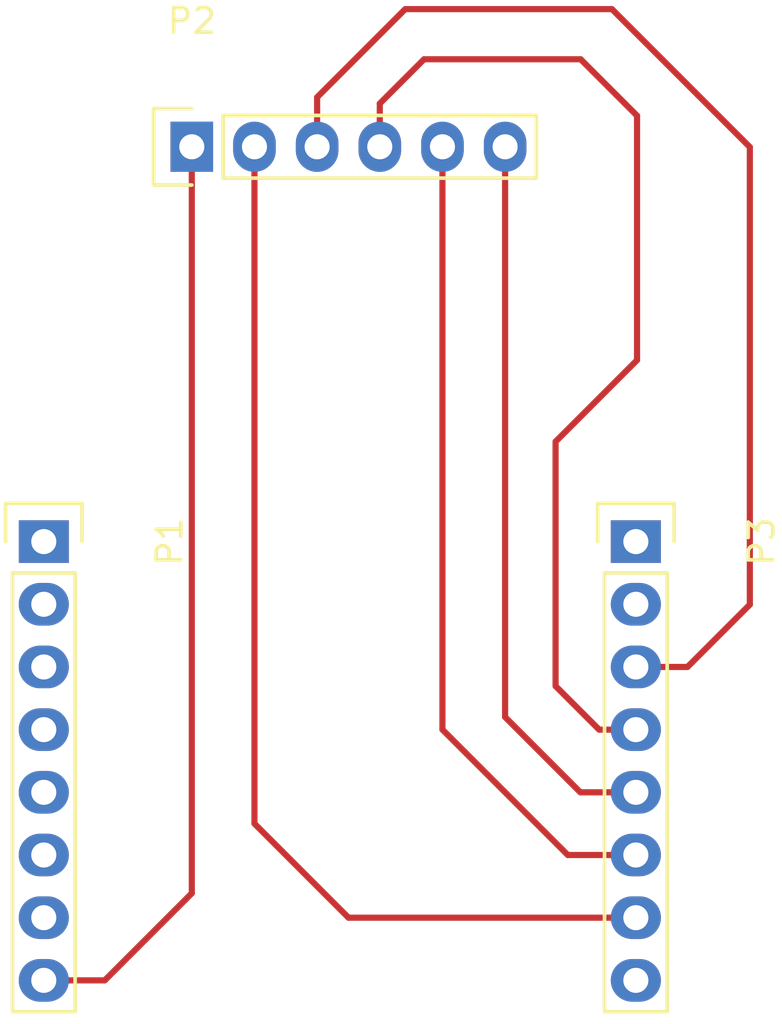
<source format=kicad_pcb>
(kicad_pcb (version 4) (host pcbnew 4.0.4-stable)

  (general
    (links 6)
    (no_connects 0)
    (area 0 0 0 0)
    (thickness 1.6)
    (drawings 0)
    (tracks 28)
    (zones 0)
    (modules 3)
    (nets 17)
  )

  (page A4)
  (layers
    (0 F.Cu signal)
    (31 B.Cu signal)
    (32 B.Adhes user)
    (33 F.Adhes user)
    (34 B.Paste user)
    (35 F.Paste user)
    (36 B.SilkS user)
    (37 F.SilkS user)
    (38 B.Mask user)
    (39 F.Mask user)
    (40 Dwgs.User user)
    (41 Cmts.User user)
    (42 Eco1.User user)
    (43 Eco2.User user)
    (44 Edge.Cuts user)
    (45 Margin user)
    (46 B.CrtYd user)
    (47 F.CrtYd user)
    (48 B.Fab user)
    (49 F.Fab user)
  )

  (setup
    (last_trace_width 0.25)
    (trace_clearance 0.2)
    (zone_clearance 0.508)
    (zone_45_only no)
    (trace_min 0.2)
    (segment_width 0.2)
    (edge_width 0.15)
    (via_size 0.6)
    (via_drill 0.4)
    (via_min_size 0.4)
    (via_min_drill 0.3)
    (uvia_size 0.3)
    (uvia_drill 0.1)
    (uvias_allowed no)
    (uvia_min_size 0.2)
    (uvia_min_drill 0.1)
    (pcb_text_width 0.3)
    (pcb_text_size 1.5 1.5)
    (mod_edge_width 0.15)
    (mod_text_size 1 1)
    (mod_text_width 0.15)
    (pad_size 1.524 1.524)
    (pad_drill 0.762)
    (pad_to_mask_clearance 0.2)
    (aux_axis_origin 0 0)
    (visible_elements 7FFFFFFF)
    (pcbplotparams
      (layerselection 0x00030_80000001)
      (usegerberextensions false)
      (excludeedgelayer true)
      (linewidth 0.100000)
      (plotframeref false)
      (viasonmask false)
      (mode 1)
      (useauxorigin false)
      (hpglpennumber 1)
      (hpglpenspeed 20)
      (hpglpendiameter 15)
      (hpglpenoverlay 2)
      (psnegative false)
      (psa4output false)
      (plotreference true)
      (plotvalue true)
      (plotinvisibletext false)
      (padsonsilk false)
      (subtractmaskfromsilk false)
      (outputformat 1)
      (mirror false)
      (drillshape 1)
      (scaleselection 1)
      (outputdirectory ""))
  )

  (net 0 "")
  (net 1 /ESP_RST)
  (net 2 /ESP_A0)
  (net 3 /ESP_D0)
  (net 4 /ESP_D5)
  (net 5 /ESP_D6)
  (net 6 /ESP_D7)
  (net 7 /ESP_D8)
  (net 8 /3.3V)
  (net 9 /GND)
  (net 10 /ESP_SCL)
  (net 11 /ESP_SDA)
  (net 12 /ESP_D4)
  (net 13 /ESP_D3)
  (net 14 /ESP_TX)
  (net 15 /ESP_RX)
  (net 16 /5V)

  (net_class Default "This is the default net class."
    (clearance 0.2)
    (trace_width 0.25)
    (via_dia 0.6)
    (via_drill 0.4)
    (uvia_dia 0.3)
    (uvia_drill 0.1)
    (add_net /3.3V)
    (add_net /5V)
    (add_net /ESP_A0)
    (add_net /ESP_D0)
    (add_net /ESP_D3)
    (add_net /ESP_D4)
    (add_net /ESP_D5)
    (add_net /ESP_D6)
    (add_net /ESP_D7)
    (add_net /ESP_D8)
    (add_net /ESP_RST)
    (add_net /ESP_RX)
    (add_net /ESP_SCL)
    (add_net /ESP_SDA)
    (add_net /ESP_TX)
    (add_net /GND)
  )

  (module Socket_Strips:Socket_Strip_Straight_1x08 (layer F.Cu) (tedit 0) (tstamp 583E0680)
    (at 106 96 270)
    (descr "Through hole socket strip")
    (tags "socket strip")
    (path /583CB1C7)
    (fp_text reference P1 (at 0 -5.1 270) (layer F.SilkS)
      (effects (font (size 1 1) (thickness 0.15)))
    )
    (fp_text value WEMO_1 (at 0 -3.1 270) (layer F.Fab)
      (effects (font (size 1 1) (thickness 0.15)))
    )
    (fp_line (start -1.75 -1.75) (end -1.75 1.75) (layer F.CrtYd) (width 0.05))
    (fp_line (start 19.55 -1.75) (end 19.55 1.75) (layer F.CrtYd) (width 0.05))
    (fp_line (start -1.75 -1.75) (end 19.55 -1.75) (layer F.CrtYd) (width 0.05))
    (fp_line (start -1.75 1.75) (end 19.55 1.75) (layer F.CrtYd) (width 0.05))
    (fp_line (start 1.27 1.27) (end 19.05 1.27) (layer F.SilkS) (width 0.15))
    (fp_line (start 19.05 1.27) (end 19.05 -1.27) (layer F.SilkS) (width 0.15))
    (fp_line (start 19.05 -1.27) (end 1.27 -1.27) (layer F.SilkS) (width 0.15))
    (fp_line (start -1.55 1.55) (end 0 1.55) (layer F.SilkS) (width 0.15))
    (fp_line (start 1.27 1.27) (end 1.27 -1.27) (layer F.SilkS) (width 0.15))
    (fp_line (start 0 -1.55) (end -1.55 -1.55) (layer F.SilkS) (width 0.15))
    (fp_line (start -1.55 -1.55) (end -1.55 1.55) (layer F.SilkS) (width 0.15))
    (pad 1 thru_hole rect (at 0 0 270) (size 1.7272 2.032) (drill 1.016) (layers *.Cu *.Mask)
      (net 1 /ESP_RST))
    (pad 2 thru_hole oval (at 2.54 0 270) (size 1.7272 2.032) (drill 1.016) (layers *.Cu *.Mask)
      (net 2 /ESP_A0))
    (pad 3 thru_hole oval (at 5.08 0 270) (size 1.7272 2.032) (drill 1.016) (layers *.Cu *.Mask)
      (net 3 /ESP_D0))
    (pad 4 thru_hole oval (at 7.62 0 270) (size 1.7272 2.032) (drill 1.016) (layers *.Cu *.Mask)
      (net 4 /ESP_D5))
    (pad 5 thru_hole oval (at 10.16 0 270) (size 1.7272 2.032) (drill 1.016) (layers *.Cu *.Mask)
      (net 5 /ESP_D6))
    (pad 6 thru_hole oval (at 12.7 0 270) (size 1.7272 2.032) (drill 1.016) (layers *.Cu *.Mask)
      (net 6 /ESP_D7))
    (pad 7 thru_hole oval (at 15.24 0 270) (size 1.7272 2.032) (drill 1.016) (layers *.Cu *.Mask)
      (net 7 /ESP_D8))
    (pad 8 thru_hole oval (at 17.78 0 270) (size 1.7272 2.032) (drill 1.016) (layers *.Cu *.Mask)
      (net 8 /3.3V))
    (model Socket_Strips.3dshapes/Socket_Strip_Straight_1x08.wrl
      (at (xyz 0.35 0 0))
      (scale (xyz 1 1 1))
      (rotate (xyz 0 0 180))
    )
  )

  (module Socket_Strips:Socket_Strip_Straight_1x06 (layer F.Cu) (tedit 0) (tstamp 583E068A)
    (at 112 80)
    (descr "Through hole socket strip")
    (tags "socket strip")
    (path /583CB544)
    (fp_text reference P2 (at 0 -5.1) (layer F.SilkS)
      (effects (font (size 1 1) (thickness 0.15)))
    )
    (fp_text value VL53L0X (at 0 -3.1) (layer F.Fab)
      (effects (font (size 1 1) (thickness 0.15)))
    )
    (fp_line (start -1.75 -1.75) (end -1.75 1.75) (layer F.CrtYd) (width 0.05))
    (fp_line (start 14.45 -1.75) (end 14.45 1.75) (layer F.CrtYd) (width 0.05))
    (fp_line (start -1.75 -1.75) (end 14.45 -1.75) (layer F.CrtYd) (width 0.05))
    (fp_line (start -1.75 1.75) (end 14.45 1.75) (layer F.CrtYd) (width 0.05))
    (fp_line (start 1.27 1.27) (end 13.97 1.27) (layer F.SilkS) (width 0.15))
    (fp_line (start 13.97 1.27) (end 13.97 -1.27) (layer F.SilkS) (width 0.15))
    (fp_line (start 13.97 -1.27) (end 1.27 -1.27) (layer F.SilkS) (width 0.15))
    (fp_line (start -1.55 1.55) (end 0 1.55) (layer F.SilkS) (width 0.15))
    (fp_line (start 1.27 1.27) (end 1.27 -1.27) (layer F.SilkS) (width 0.15))
    (fp_line (start 0 -1.55) (end -1.55 -1.55) (layer F.SilkS) (width 0.15))
    (fp_line (start -1.55 -1.55) (end -1.55 1.55) (layer F.SilkS) (width 0.15))
    (pad 1 thru_hole rect (at 0 0) (size 1.7272 2.032) (drill 1.016) (layers *.Cu *.Mask)
      (net 8 /3.3V))
    (pad 2 thru_hole oval (at 2.54 0) (size 1.7272 2.032) (drill 1.016) (layers *.Cu *.Mask)
      (net 9 /GND))
    (pad 3 thru_hole oval (at 5.08 0) (size 1.7272 2.032) (drill 1.016) (layers *.Cu *.Mask)
      (net 10 /ESP_SCL))
    (pad 4 thru_hole oval (at 7.62 0) (size 1.7272 2.032) (drill 1.016) (layers *.Cu *.Mask)
      (net 11 /ESP_SDA))
    (pad 5 thru_hole oval (at 10.16 0) (size 1.7272 2.032) (drill 1.016) (layers *.Cu *.Mask)
      (net 12 /ESP_D4))
    (pad 6 thru_hole oval (at 12.7 0) (size 1.7272 2.032) (drill 1.016) (layers *.Cu *.Mask)
      (net 13 /ESP_D3))
    (model Socket_Strips.3dshapes/Socket_Strip_Straight_1x06.wrl
      (at (xyz 0.25 0 0))
      (scale (xyz 1 1 1))
      (rotate (xyz 0 0 180))
    )
  )

  (module Socket_Strips:Socket_Strip_Straight_1x08 (layer F.Cu) (tedit 0) (tstamp 583E0696)
    (at 130 96 270)
    (descr "Through hole socket strip")
    (tags "socket strip")
    (path /583CB1DE)
    (fp_text reference P3 (at 0 -5.1 270) (layer F.SilkS)
      (effects (font (size 1 1) (thickness 0.15)))
    )
    (fp_text value WEMO_2 (at 0 -3.1 270) (layer F.Fab)
      (effects (font (size 1 1) (thickness 0.15)))
    )
    (fp_line (start -1.75 -1.75) (end -1.75 1.75) (layer F.CrtYd) (width 0.05))
    (fp_line (start 19.55 -1.75) (end 19.55 1.75) (layer F.CrtYd) (width 0.05))
    (fp_line (start -1.75 -1.75) (end 19.55 -1.75) (layer F.CrtYd) (width 0.05))
    (fp_line (start -1.75 1.75) (end 19.55 1.75) (layer F.CrtYd) (width 0.05))
    (fp_line (start 1.27 1.27) (end 19.05 1.27) (layer F.SilkS) (width 0.15))
    (fp_line (start 19.05 1.27) (end 19.05 -1.27) (layer F.SilkS) (width 0.15))
    (fp_line (start 19.05 -1.27) (end 1.27 -1.27) (layer F.SilkS) (width 0.15))
    (fp_line (start -1.55 1.55) (end 0 1.55) (layer F.SilkS) (width 0.15))
    (fp_line (start 1.27 1.27) (end 1.27 -1.27) (layer F.SilkS) (width 0.15))
    (fp_line (start 0 -1.55) (end -1.55 -1.55) (layer F.SilkS) (width 0.15))
    (fp_line (start -1.55 -1.55) (end -1.55 1.55) (layer F.SilkS) (width 0.15))
    (pad 1 thru_hole rect (at 0 0 270) (size 1.7272 2.032) (drill 1.016) (layers *.Cu *.Mask)
      (net 14 /ESP_TX))
    (pad 2 thru_hole oval (at 2.54 0 270) (size 1.7272 2.032) (drill 1.016) (layers *.Cu *.Mask)
      (net 15 /ESP_RX))
    (pad 3 thru_hole oval (at 5.08 0 270) (size 1.7272 2.032) (drill 1.016) (layers *.Cu *.Mask)
      (net 10 /ESP_SCL))
    (pad 4 thru_hole oval (at 7.62 0 270) (size 1.7272 2.032) (drill 1.016) (layers *.Cu *.Mask)
      (net 11 /ESP_SDA))
    (pad 5 thru_hole oval (at 10.16 0 270) (size 1.7272 2.032) (drill 1.016) (layers *.Cu *.Mask)
      (net 13 /ESP_D3))
    (pad 6 thru_hole oval (at 12.7 0 270) (size 1.7272 2.032) (drill 1.016) (layers *.Cu *.Mask)
      (net 12 /ESP_D4))
    (pad 7 thru_hole oval (at 15.24 0 270) (size 1.7272 2.032) (drill 1.016) (layers *.Cu *.Mask)
      (net 9 /GND))
    (pad 8 thru_hole oval (at 17.78 0 270) (size 1.7272 2.032) (drill 1.016) (layers *.Cu *.Mask)
      (net 16 /5V))
    (model Socket_Strips.3dshapes/Socket_Strip_Straight_1x08.wrl
      (at (xyz 0.35 0 0))
      (scale (xyz 1 1 1))
      (rotate (xyz 0 0 180))
    )
  )

  (segment (start 106 113.78) (end 108.47 113.78) (width 0.25) (layer F.Cu) (net 8) (status 400000))
  (segment (start 112 110.25) (end 112 80) (width 0.25) (layer F.Cu) (net 8) (tstamp 583E09B9) (status 800000))
  (segment (start 108.47 113.78) (end 112 110.25) (width 0.25) (layer F.Cu) (net 8) (tstamp 583E09B6))
  (segment (start 130 111.24) (end 118.352 111.24) (width 0.25) (layer F.Cu) (net 9) (status 400000))
  (segment (start 114.54 107.428) (end 114.54 80) (width 0.25) (layer F.Cu) (net 9) (tstamp 583E09C7) (status 800000))
  (segment (start 118.352 111.24) (end 114.54 107.428) (width 0.25) (layer F.Cu) (net 9) (tstamp 583E09C5))
  (segment (start 117.08 80) (end 117.08 77.992) (width 0.25) (layer F.Cu) (net 10) (status 400000))
  (segment (start 132.092 101.08) (end 130 101.08) (width 0.25) (layer F.Cu) (net 10) (tstamp 583E0A01) (status 800000))
  (segment (start 134.62 98.552) (end 132.092 101.08) (width 0.25) (layer F.Cu) (net 10) (tstamp 583E09FF))
  (segment (start 134.62 80.01) (end 134.62 98.552) (width 0.25) (layer F.Cu) (net 10) (tstamp 583E09FD))
  (segment (start 129.032 74.422) (end 134.62 80.01) (width 0.25) (layer F.Cu) (net 10) (tstamp 583E09FB))
  (segment (start 120.65 74.422) (end 129.032 74.422) (width 0.25) (layer F.Cu) (net 10) (tstamp 583E09F9))
  (segment (start 117.08 77.992) (end 120.65 74.422) (width 0.25) (layer F.Cu) (net 10) (tstamp 583E09F7))
  (segment (start 119.62 80) (end 119.62 78.246) (width 0.25) (layer F.Cu) (net 11) (status 400000))
  (segment (start 128.512 103.62) (end 130 103.62) (width 0.25) (layer F.Cu) (net 11) (tstamp 583E09F3) (status 800000))
  (segment (start 126.746 101.854) (end 128.512 103.62) (width 0.25) (layer F.Cu) (net 11) (tstamp 583E09F1))
  (segment (start 126.746 91.948) (end 126.746 101.854) (width 0.25) (layer F.Cu) (net 11) (tstamp 583E09EF))
  (segment (start 130.048 88.646) (end 126.746 91.948) (width 0.25) (layer F.Cu) (net 11) (tstamp 583E09ED))
  (segment (start 130.048 78.74) (end 130.048 88.646) (width 0.25) (layer F.Cu) (net 11) (tstamp 583E09EB))
  (segment (start 127.762 76.454) (end 130.048 78.74) (width 0.25) (layer F.Cu) (net 11) (tstamp 583E09E9))
  (segment (start 121.412 76.454) (end 127.762 76.454) (width 0.25) (layer F.Cu) (net 11) (tstamp 583E09E7))
  (segment (start 119.62 78.246) (end 121.412 76.454) (width 0.25) (layer F.Cu) (net 11) (tstamp 583E09DF))
  (segment (start 130 108.7) (end 127.242 108.7) (width 0.25) (layer F.Cu) (net 12) (status 400000))
  (segment (start 122.16 103.618) (end 122.16 80) (width 0.25) (layer F.Cu) (net 12) (tstamp 583E09D3) (status 800000))
  (segment (start 127.242 108.7) (end 122.16 103.618) (width 0.25) (layer F.Cu) (net 12) (tstamp 583E09CF))
  (segment (start 124.7 80) (end 124.7 103.11) (width 0.25) (layer F.Cu) (net 13) (status 400000))
  (segment (start 127.75 106.16) (end 130 106.16) (width 0.25) (layer F.Cu) (net 13) (tstamp 583E09D9) (status 800000))
  (segment (start 124.7 103.11) (end 127.75 106.16) (width 0.25) (layer F.Cu) (net 13) (tstamp 583E09D7))

)

</source>
